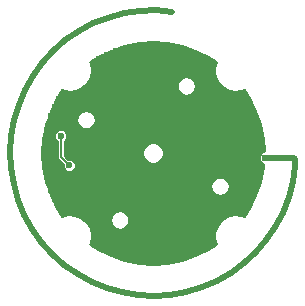
<source format=gbl>
G04 #@! TF.GenerationSoftware,KiCad,Pcbnew,5.0.2-bee76a0~70~ubuntu18.04.1*
G04 #@! TF.CreationDate,2019-09-04T19:42:23+02:00*
G04 #@! TF.ProjectId,upper_Sensor,75707065-725f-4536-956e-736f722e6b69,rev?*
G04 #@! TF.SameCoordinates,Original*
G04 #@! TF.FileFunction,Copper,L2,Bot*
G04 #@! TF.FilePolarity,Positive*
%FSLAX46Y46*%
G04 Gerber Fmt 4.6, Leading zero omitted, Abs format (unit mm)*
G04 Created by KiCad (PCBNEW 5.0.2-bee76a0~70~ubuntu18.04.1) date Mi 04 Sep 2019 19:42:23 CEST*
%MOMM*%
%LPD*%
G01*
G04 APERTURE LIST*
G04 #@! TA.AperFunction,ViaPad*
%ADD10C,0.600000*%
G04 #@! TD*
G04 #@! TA.AperFunction,Conductor*
%ADD11C,0.130000*%
G04 #@! TD*
G04 #@! TA.AperFunction,Conductor*
%ADD12C,0.500000*%
G04 #@! TD*
G04 #@! TA.AperFunction,Conductor*
%ADD13C,0.254000*%
G04 #@! TD*
G04 APERTURE END LIST*
D10*
G04 #@! TO.N,GNDD*
X117600000Y-81400000D03*
G04 #@! TO.N,*
X102897693Y-81051700D03*
X102200000Y-78550000D03*
G04 #@! TO.N,GNDD*
X110797475Y-89115181D03*
X111588881Y-89010990D03*
X112368194Y-88838220D03*
X113129484Y-88598186D03*
X114575000Y-87924131D03*
X113866957Y-88292715D03*
X117924130Y-84574999D03*
X118292714Y-83866956D03*
X118598185Y-83129483D03*
X118598183Y-76870516D03*
X118292712Y-76133044D03*
X117924128Y-75425001D03*
X118838217Y-77631806D03*
X119010987Y-78411119D03*
X114574998Y-72075871D03*
X112368193Y-71161782D03*
X111588880Y-70989012D03*
X113129483Y-71401816D03*
X113866955Y-71707287D03*
X110797474Y-70884822D03*
X108411119Y-70989014D03*
X107631806Y-71161784D03*
X109202524Y-70884823D03*
X109999999Y-70850004D03*
X106870516Y-71401818D03*
X105425002Y-72075873D03*
X106133044Y-71707289D03*
X102075872Y-75425003D03*
X101707288Y-76133046D03*
X102075875Y-84574997D03*
X101401820Y-83129483D03*
X101707291Y-83866955D03*
X105425005Y-87924127D03*
X106133047Y-88292710D03*
X106870519Y-88598181D03*
X107631808Y-88838215D03*
X108411121Y-89010984D03*
X109202526Y-89115174D03*
X118838219Y-82368193D03*
X119010989Y-81588880D03*
X119115178Y-79202524D03*
X101401817Y-76870518D03*
X101161783Y-77631808D03*
X100989014Y-78411121D03*
X100884824Y-79202526D03*
X110000000Y-89150000D03*
X118300000Y-81400000D03*
X118200000Y-78600000D03*
X104700000Y-79200000D03*
X106550000Y-78650000D03*
X105050000Y-80600000D03*
X115300000Y-80450000D03*
X118600000Y-79750000D03*
G04 #@! TO.N,RF_ANT*
X119491760Y-80403700D03*
G04 #@! TD*
D11*
G04 #@! TO.N,*
X102897693Y-81051700D02*
X102200000Y-80354007D01*
X102200000Y-80354007D02*
X102200000Y-78550000D01*
D12*
G04 #@! TO.N,RF_ANT*
X107510802Y-68172774D02*
X108862664Y-67967302D01*
X104919532Y-69033312D02*
X106190786Y-68529636D01*
X103713310Y-69677359D02*
X104919532Y-69033312D01*
X101556681Y-71351893D02*
X102587558Y-70453531D01*
X100633873Y-72360954D02*
X101556681Y-71351893D01*
X99830949Y-73467789D02*
X100633873Y-72360954D01*
X121485263Y-83764049D02*
X120986591Y-85037275D01*
X106190786Y-68529636D02*
X107510802Y-68172774D01*
X116572173Y-90143268D02*
X116462108Y-90206043D01*
X118681263Y-88409222D02*
X117675836Y-89335999D01*
X120347301Y-86246015D02*
X119575560Y-87374821D01*
X115384387Y-90820709D02*
X114127680Y-91359649D01*
X103610272Y-90259177D02*
X102492339Y-89471767D01*
X108862664Y-67967302D02*
X110229084Y-67915842D01*
X107392489Y-91801704D02*
X106076115Y-91431644D01*
X119490000Y-80400000D02*
X121900000Y-80400000D01*
X99105241Y-85232933D02*
X98583879Y-83968821D01*
X116462108Y-90206043D02*
X115384387Y-90820709D01*
X110108076Y-92085845D02*
X108742229Y-92020705D01*
X121836925Y-82442645D02*
X121485263Y-83764049D01*
X97998006Y-78574696D02*
X98235812Y-77228138D01*
X117675836Y-89335999D02*
X116572173Y-90143268D01*
X98624197Y-75917052D02*
X99158188Y-74658234D01*
X120986591Y-85037275D02*
X120347301Y-86246015D01*
X99766049Y-86430055D02*
X99105241Y-85232933D01*
X112818137Y-91753189D02*
X111472529Y-91996291D01*
X122055115Y-80555116D02*
X122037079Y-81089981D01*
X111472529Y-91996291D02*
X110108076Y-92085845D01*
X106076115Y-91431644D02*
X104809975Y-90915264D01*
X108742229Y-92020705D02*
X107392489Y-91801704D01*
X119575560Y-87374821D02*
X118681263Y-88409222D01*
X104809975Y-90915264D02*
X103610272Y-90259177D01*
X101470503Y-88563120D02*
X100557846Y-87544871D01*
X110229084Y-67915842D02*
X111592570Y-68019054D01*
X98235812Y-77228138D02*
X98624197Y-75917052D01*
X102492339Y-89471767D02*
X101470503Y-88563120D01*
X121900000Y-80400000D02*
X122055115Y-80555116D01*
X122037079Y-81089981D02*
X121836925Y-82442645D01*
X100557846Y-87544871D02*
X99766049Y-86430055D01*
X98208647Y-82653933D02*
X97984335Y-81305055D01*
X98583879Y-83968821D02*
X98208647Y-82653933D01*
X97984335Y-81305055D02*
X97913822Y-79939489D01*
X97913822Y-79939489D02*
X97998006Y-78574696D01*
X102587558Y-70453531D02*
X103713310Y-69677359D01*
X114127680Y-91359649D02*
X112818137Y-91753189D01*
X99158188Y-74658234D02*
X99830949Y-73467789D01*
G04 #@! TD*
D13*
G04 #@! TO.N,GNDD*
G36*
X111223385Y-70707457D02*
X112425842Y-70946641D01*
X113586785Y-71340728D01*
X114686365Y-71882981D01*
X115333702Y-72315517D01*
X115200432Y-72714976D01*
X115205131Y-73313255D01*
X115403369Y-73877755D01*
X115773771Y-74347608D01*
X116276397Y-74672149D01*
X116857048Y-74816383D01*
X117453113Y-74764759D01*
X117682509Y-74663344D01*
X118117019Y-75313635D01*
X118659272Y-76413215D01*
X119053359Y-77574158D01*
X119292543Y-78776615D01*
X119363163Y-79854074D01*
X119176245Y-79931498D01*
X119019558Y-80088185D01*
X118934760Y-80292906D01*
X118934760Y-80514494D01*
X119019558Y-80719215D01*
X119176245Y-80875902D01*
X119311642Y-80931985D01*
X119292543Y-81223385D01*
X119053359Y-82425842D01*
X118659272Y-83586785D01*
X118117019Y-84686365D01*
X117682205Y-85337112D01*
X117425337Y-85228342D01*
X116828535Y-85186086D01*
X116250221Y-85339423D01*
X115752755Y-85671819D01*
X115389779Y-86147432D01*
X115200432Y-86714976D01*
X115205131Y-87313255D01*
X115335156Y-87683512D01*
X114686365Y-88117019D01*
X113586785Y-88659272D01*
X112425842Y-89053359D01*
X111223385Y-89292543D01*
X110000000Y-89372728D01*
X108776615Y-89292543D01*
X107574158Y-89053359D01*
X106413215Y-88659272D01*
X105313635Y-88117019D01*
X104671139Y-87687717D01*
X104723768Y-87590178D01*
X104822000Y-87000000D01*
X104821775Y-86971381D01*
X104714285Y-86382820D01*
X104421944Y-85860808D01*
X104194234Y-85656854D01*
X106349572Y-85656854D01*
X106412143Y-85971420D01*
X106590331Y-86238096D01*
X106857007Y-86416284D01*
X107171573Y-86478855D01*
X107486139Y-86416284D01*
X107752815Y-86238096D01*
X107931003Y-85971420D01*
X107993574Y-85656854D01*
X107931003Y-85342288D01*
X107752815Y-85075612D01*
X107486139Y-84897424D01*
X107171573Y-84834853D01*
X106857007Y-84897424D01*
X106590331Y-85075612D01*
X106412143Y-85342288D01*
X106349572Y-85656854D01*
X104194234Y-85656854D01*
X103976276Y-85461635D01*
X103425337Y-85228342D01*
X102828535Y-85186086D01*
X102308937Y-85323855D01*
X101882981Y-84686365D01*
X101340728Y-83586785D01*
X101083301Y-82828427D01*
X114834853Y-82828427D01*
X114897424Y-83142993D01*
X115075612Y-83409669D01*
X115342288Y-83587857D01*
X115656854Y-83650428D01*
X115971420Y-83587857D01*
X116238096Y-83409669D01*
X116416284Y-83142993D01*
X116478855Y-82828427D01*
X116416284Y-82513861D01*
X116238096Y-82247185D01*
X115971420Y-82068997D01*
X115656854Y-82006426D01*
X115342288Y-82068997D01*
X115075612Y-82247185D01*
X114897424Y-82513861D01*
X114834853Y-82828427D01*
X101083301Y-82828427D01*
X100946641Y-82425842D01*
X100707457Y-81223385D01*
X100627272Y-80000000D01*
X100707457Y-78776615D01*
X100774571Y-78439206D01*
X101643000Y-78439206D01*
X101643000Y-78660794D01*
X101727798Y-78865515D01*
X101878001Y-79015718D01*
X101878000Y-80322296D01*
X101871692Y-80354007D01*
X101878000Y-80385718D01*
X101896683Y-80479644D01*
X101967851Y-80586156D01*
X101994738Y-80604122D01*
X102340693Y-80950077D01*
X102340693Y-81162494D01*
X102425491Y-81367215D01*
X102582178Y-81523902D01*
X102786899Y-81608700D01*
X103008487Y-81608700D01*
X103213208Y-81523902D01*
X103369895Y-81367215D01*
X103454693Y-81162494D01*
X103454693Y-80940906D01*
X103369895Y-80736185D01*
X103213208Y-80579498D01*
X103008487Y-80494700D01*
X102796070Y-80494700D01*
X102522000Y-80220631D01*
X102522000Y-79819587D01*
X109093000Y-79819587D01*
X109093000Y-80180413D01*
X109231083Y-80513774D01*
X109486226Y-80768917D01*
X109819587Y-80907000D01*
X110180413Y-80907000D01*
X110513774Y-80768917D01*
X110768917Y-80513774D01*
X110907000Y-80180413D01*
X110907000Y-79819587D01*
X110768917Y-79486226D01*
X110513774Y-79231083D01*
X110180413Y-79093000D01*
X109819587Y-79093000D01*
X109486226Y-79231083D01*
X109231083Y-79486226D01*
X109093000Y-79819587D01*
X102522000Y-79819587D01*
X102522000Y-79015717D01*
X102672202Y-78865515D01*
X102757000Y-78660794D01*
X102757000Y-78439206D01*
X102672202Y-78234485D01*
X102515515Y-78077798D01*
X102310794Y-77993000D01*
X102089206Y-77993000D01*
X101884485Y-78077798D01*
X101727798Y-78234485D01*
X101643000Y-78439206D01*
X100774571Y-78439206D01*
X100946641Y-77574158D01*
X101083300Y-77171573D01*
X103521145Y-77171573D01*
X103583716Y-77486139D01*
X103761904Y-77752815D01*
X104028580Y-77931003D01*
X104343146Y-77993574D01*
X104657712Y-77931003D01*
X104924388Y-77752815D01*
X105102576Y-77486139D01*
X105165147Y-77171573D01*
X105102576Y-76857007D01*
X104924388Y-76590331D01*
X104657712Y-76412143D01*
X104343146Y-76349572D01*
X104028580Y-76412143D01*
X103761904Y-76590331D01*
X103583716Y-76857007D01*
X103521145Y-77171573D01*
X101083300Y-77171573D01*
X101340728Y-76413215D01*
X101882981Y-75313635D01*
X102306595Y-74679650D01*
X102857048Y-74816383D01*
X103453113Y-74764759D01*
X104000320Y-74522841D01*
X104194712Y-74343146D01*
X112006426Y-74343146D01*
X112068997Y-74657712D01*
X112247185Y-74924388D01*
X112513861Y-75102576D01*
X112828427Y-75165147D01*
X113142993Y-75102576D01*
X113409669Y-74924388D01*
X113587857Y-74657712D01*
X113650428Y-74343146D01*
X113587857Y-74028580D01*
X113409669Y-73761904D01*
X113142993Y-73583716D01*
X112828427Y-73521145D01*
X112513861Y-73583716D01*
X112247185Y-73761904D01*
X112068997Y-74028580D01*
X112006426Y-74343146D01*
X104194712Y-74343146D01*
X104439662Y-74116717D01*
X104723768Y-73590178D01*
X104822000Y-73000000D01*
X104821775Y-72971381D01*
X104714285Y-72382820D01*
X104673790Y-72310511D01*
X105313635Y-71882981D01*
X106413215Y-71340728D01*
X107574158Y-70946641D01*
X108776615Y-70707457D01*
X110000000Y-70627272D01*
X111223385Y-70707457D01*
X111223385Y-70707457D01*
G37*
X111223385Y-70707457D02*
X112425842Y-70946641D01*
X113586785Y-71340728D01*
X114686365Y-71882981D01*
X115333702Y-72315517D01*
X115200432Y-72714976D01*
X115205131Y-73313255D01*
X115403369Y-73877755D01*
X115773771Y-74347608D01*
X116276397Y-74672149D01*
X116857048Y-74816383D01*
X117453113Y-74764759D01*
X117682509Y-74663344D01*
X118117019Y-75313635D01*
X118659272Y-76413215D01*
X119053359Y-77574158D01*
X119292543Y-78776615D01*
X119363163Y-79854074D01*
X119176245Y-79931498D01*
X119019558Y-80088185D01*
X118934760Y-80292906D01*
X118934760Y-80514494D01*
X119019558Y-80719215D01*
X119176245Y-80875902D01*
X119311642Y-80931985D01*
X119292543Y-81223385D01*
X119053359Y-82425842D01*
X118659272Y-83586785D01*
X118117019Y-84686365D01*
X117682205Y-85337112D01*
X117425337Y-85228342D01*
X116828535Y-85186086D01*
X116250221Y-85339423D01*
X115752755Y-85671819D01*
X115389779Y-86147432D01*
X115200432Y-86714976D01*
X115205131Y-87313255D01*
X115335156Y-87683512D01*
X114686365Y-88117019D01*
X113586785Y-88659272D01*
X112425842Y-89053359D01*
X111223385Y-89292543D01*
X110000000Y-89372728D01*
X108776615Y-89292543D01*
X107574158Y-89053359D01*
X106413215Y-88659272D01*
X105313635Y-88117019D01*
X104671139Y-87687717D01*
X104723768Y-87590178D01*
X104822000Y-87000000D01*
X104821775Y-86971381D01*
X104714285Y-86382820D01*
X104421944Y-85860808D01*
X104194234Y-85656854D01*
X106349572Y-85656854D01*
X106412143Y-85971420D01*
X106590331Y-86238096D01*
X106857007Y-86416284D01*
X107171573Y-86478855D01*
X107486139Y-86416284D01*
X107752815Y-86238096D01*
X107931003Y-85971420D01*
X107993574Y-85656854D01*
X107931003Y-85342288D01*
X107752815Y-85075612D01*
X107486139Y-84897424D01*
X107171573Y-84834853D01*
X106857007Y-84897424D01*
X106590331Y-85075612D01*
X106412143Y-85342288D01*
X106349572Y-85656854D01*
X104194234Y-85656854D01*
X103976276Y-85461635D01*
X103425337Y-85228342D01*
X102828535Y-85186086D01*
X102308937Y-85323855D01*
X101882981Y-84686365D01*
X101340728Y-83586785D01*
X101083301Y-82828427D01*
X114834853Y-82828427D01*
X114897424Y-83142993D01*
X115075612Y-83409669D01*
X115342288Y-83587857D01*
X115656854Y-83650428D01*
X115971420Y-83587857D01*
X116238096Y-83409669D01*
X116416284Y-83142993D01*
X116478855Y-82828427D01*
X116416284Y-82513861D01*
X116238096Y-82247185D01*
X115971420Y-82068997D01*
X115656854Y-82006426D01*
X115342288Y-82068997D01*
X115075612Y-82247185D01*
X114897424Y-82513861D01*
X114834853Y-82828427D01*
X101083301Y-82828427D01*
X100946641Y-82425842D01*
X100707457Y-81223385D01*
X100627272Y-80000000D01*
X100707457Y-78776615D01*
X100774571Y-78439206D01*
X101643000Y-78439206D01*
X101643000Y-78660794D01*
X101727798Y-78865515D01*
X101878001Y-79015718D01*
X101878000Y-80322296D01*
X101871692Y-80354007D01*
X101878000Y-80385718D01*
X101896683Y-80479644D01*
X101967851Y-80586156D01*
X101994738Y-80604122D01*
X102340693Y-80950077D01*
X102340693Y-81162494D01*
X102425491Y-81367215D01*
X102582178Y-81523902D01*
X102786899Y-81608700D01*
X103008487Y-81608700D01*
X103213208Y-81523902D01*
X103369895Y-81367215D01*
X103454693Y-81162494D01*
X103454693Y-80940906D01*
X103369895Y-80736185D01*
X103213208Y-80579498D01*
X103008487Y-80494700D01*
X102796070Y-80494700D01*
X102522000Y-80220631D01*
X102522000Y-79819587D01*
X109093000Y-79819587D01*
X109093000Y-80180413D01*
X109231083Y-80513774D01*
X109486226Y-80768917D01*
X109819587Y-80907000D01*
X110180413Y-80907000D01*
X110513774Y-80768917D01*
X110768917Y-80513774D01*
X110907000Y-80180413D01*
X110907000Y-79819587D01*
X110768917Y-79486226D01*
X110513774Y-79231083D01*
X110180413Y-79093000D01*
X109819587Y-79093000D01*
X109486226Y-79231083D01*
X109231083Y-79486226D01*
X109093000Y-79819587D01*
X102522000Y-79819587D01*
X102522000Y-79015717D01*
X102672202Y-78865515D01*
X102757000Y-78660794D01*
X102757000Y-78439206D01*
X102672202Y-78234485D01*
X102515515Y-78077798D01*
X102310794Y-77993000D01*
X102089206Y-77993000D01*
X101884485Y-78077798D01*
X101727798Y-78234485D01*
X101643000Y-78439206D01*
X100774571Y-78439206D01*
X100946641Y-77574158D01*
X101083300Y-77171573D01*
X103521145Y-77171573D01*
X103583716Y-77486139D01*
X103761904Y-77752815D01*
X104028580Y-77931003D01*
X104343146Y-77993574D01*
X104657712Y-77931003D01*
X104924388Y-77752815D01*
X105102576Y-77486139D01*
X105165147Y-77171573D01*
X105102576Y-76857007D01*
X104924388Y-76590331D01*
X104657712Y-76412143D01*
X104343146Y-76349572D01*
X104028580Y-76412143D01*
X103761904Y-76590331D01*
X103583716Y-76857007D01*
X103521145Y-77171573D01*
X101083300Y-77171573D01*
X101340728Y-76413215D01*
X101882981Y-75313635D01*
X102306595Y-74679650D01*
X102857048Y-74816383D01*
X103453113Y-74764759D01*
X104000320Y-74522841D01*
X104194712Y-74343146D01*
X112006426Y-74343146D01*
X112068997Y-74657712D01*
X112247185Y-74924388D01*
X112513861Y-75102576D01*
X112828427Y-75165147D01*
X113142993Y-75102576D01*
X113409669Y-74924388D01*
X113587857Y-74657712D01*
X113650428Y-74343146D01*
X113587857Y-74028580D01*
X113409669Y-73761904D01*
X113142993Y-73583716D01*
X112828427Y-73521145D01*
X112513861Y-73583716D01*
X112247185Y-73761904D01*
X112068997Y-74028580D01*
X112006426Y-74343146D01*
X104194712Y-74343146D01*
X104439662Y-74116717D01*
X104723768Y-73590178D01*
X104822000Y-73000000D01*
X104821775Y-72971381D01*
X104714285Y-72382820D01*
X104673790Y-72310511D01*
X105313635Y-71882981D01*
X106413215Y-71340728D01*
X107574158Y-70946641D01*
X108776615Y-70707457D01*
X110000000Y-70627272D01*
X111223385Y-70707457D01*
G04 #@! TD*
M02*

</source>
